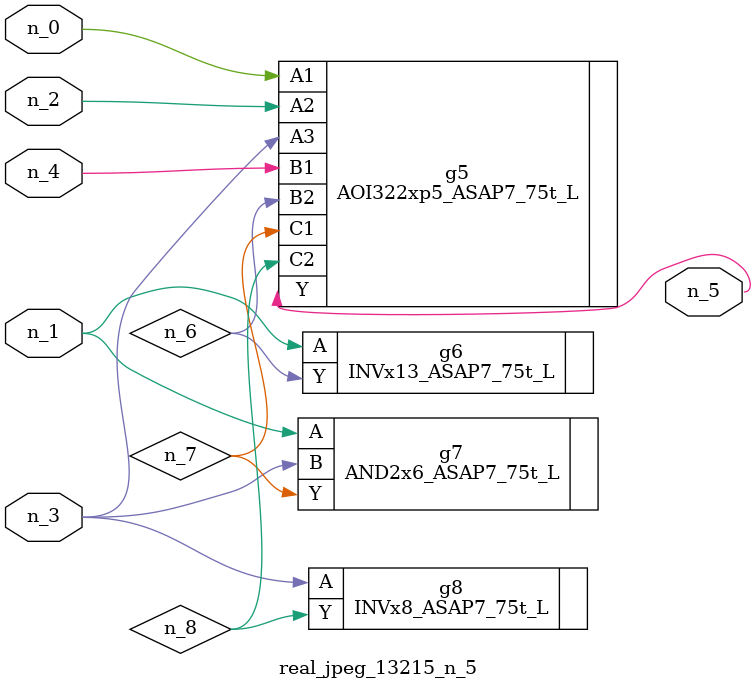
<source format=v>
module real_jpeg_13215_n_5 (n_4, n_0, n_1, n_2, n_3, n_5);

input n_4;
input n_0;
input n_1;
input n_2;
input n_3;

output n_5;

wire n_8;
wire n_6;
wire n_7;

AOI322xp5_ASAP7_75t_L g5 ( 
.A1(n_0),
.A2(n_2),
.A3(n_3),
.B1(n_4),
.B2(n_6),
.C1(n_7),
.C2(n_8),
.Y(n_5)
);

INVx13_ASAP7_75t_L g6 ( 
.A(n_1),
.Y(n_6)
);

AND2x6_ASAP7_75t_L g7 ( 
.A(n_1),
.B(n_3),
.Y(n_7)
);

INVx8_ASAP7_75t_L g8 ( 
.A(n_3),
.Y(n_8)
);


endmodule
</source>
